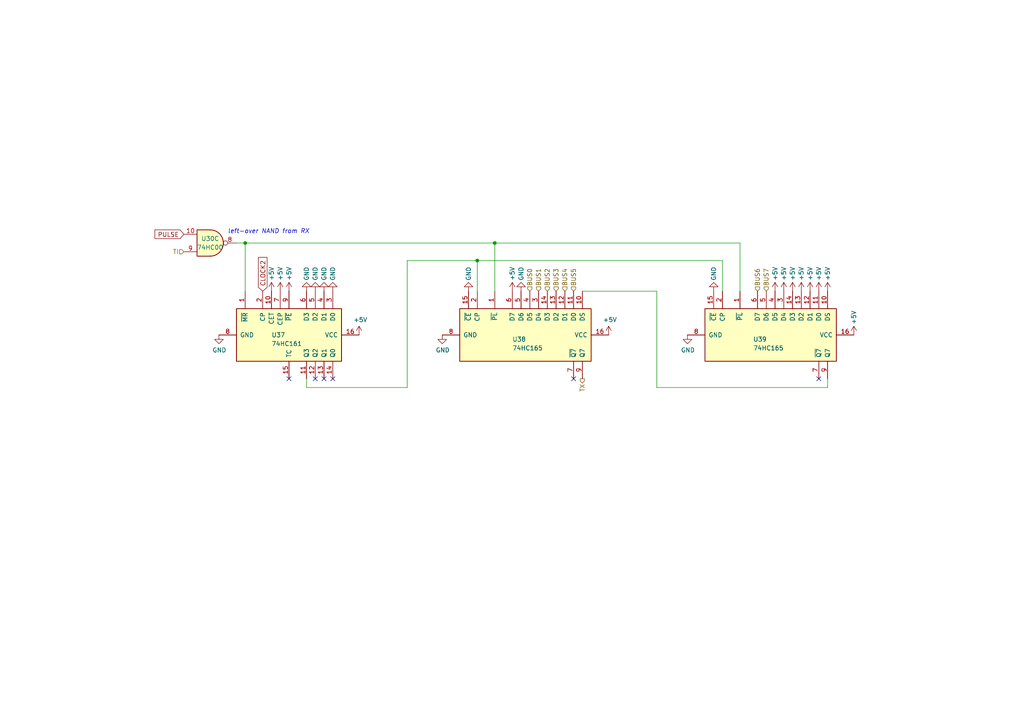
<source format=kicad_sch>
(kicad_sch (version 20211123) (generator eeschema)

  (uuid 58175766-a528-4fb2-ae9f-44f2b527a568)

  (paper "A4")

  (title_block
    (title "UART Transmitter")
    (date "2022-07-16")
    (rev "1.6")
    (comment 2 "creativecommons.org/licenses/by-nc-sa/3.0/deed.en")
    (comment 3 "License: CC BY-NC-SA 3.0")
    (comment 4 "Author: Carsten Herting (slu4)")
  )

  (lib_symbols
    (symbol "74xx:74HC00" (pin_names (offset 1.016)) (in_bom yes) (on_board yes)
      (property "Reference" "U" (id 0) (at 0 1.27 0)
        (effects (font (size 1.27 1.27)))
      )
      (property "Value" "74HC00" (id 1) (at 0 -1.27 0)
        (effects (font (size 1.27 1.27)))
      )
      (property "Footprint" "" (id 2) (at 0 0 0)
        (effects (font (size 1.27 1.27)) hide)
      )
      (property "Datasheet" "http://www.ti.com/lit/gpn/sn74hc00" (id 3) (at 0 0 0)
        (effects (font (size 1.27 1.27)) hide)
      )
      (property "ki_locked" "" (id 4) (at 0 0 0)
        (effects (font (size 1.27 1.27)))
      )
      (property "ki_keywords" "HCMOS nand 2-input" (id 5) (at 0 0 0)
        (effects (font (size 1.27 1.27)) hide)
      )
      (property "ki_description" "quad 2-input NAND gate" (id 6) (at 0 0 0)
        (effects (font (size 1.27 1.27)) hide)
      )
      (property "ki_fp_filters" "DIP*W7.62mm* SO14*" (id 7) (at 0 0 0)
        (effects (font (size 1.27 1.27)) hide)
      )
      (symbol "74HC00_1_1"
        (arc (start 0 -3.81) (mid 3.81 0) (end 0 3.81)
          (stroke (width 0.254) (type default) (color 0 0 0 0))
          (fill (type background))
        )
        (polyline
          (pts
            (xy 0 3.81)
            (xy -3.81 3.81)
            (xy -3.81 -3.81)
            (xy 0 -3.81)
          )
          (stroke (width 0.254) (type default) (color 0 0 0 0))
          (fill (type background))
        )
        (pin input line (at -7.62 2.54 0) (length 3.81)
          (name "~" (effects (font (size 1.27 1.27))))
          (number "1" (effects (font (size 1.27 1.27))))
        )
        (pin input line (at -7.62 -2.54 0) (length 3.81)
          (name "~" (effects (font (size 1.27 1.27))))
          (number "2" (effects (font (size 1.27 1.27))))
        )
        (pin output inverted (at 7.62 0 180) (length 3.81)
          (name "~" (effects (font (size 1.27 1.27))))
          (number "3" (effects (font (size 1.27 1.27))))
        )
      )
      (symbol "74HC00_1_2"
        (arc (start -3.81 -3.81) (mid -2.589 0) (end -3.81 3.81)
          (stroke (width 0.254) (type default) (color 0 0 0 0))
          (fill (type none))
        )
        (arc (start -0.6096 -3.81) (mid 2.1842 -2.5851) (end 3.81 0)
          (stroke (width 0.254) (type default) (color 0 0 0 0))
          (fill (type background))
        )
        (polyline
          (pts
            (xy -3.81 -3.81)
            (xy -0.635 -3.81)
          )
          (stroke (width 0.254) (type default) (color 0 0 0 0))
          (fill (type background))
        )
        (polyline
          (pts
            (xy -3.81 3.81)
            (xy -0.635 3.81)
          )
          (stroke (width 0.254) (type default) (color 0 0 0 0))
          (fill (type background))
        )
        (polyline
          (pts
            (xy -0.635 3.81)
            (xy -3.81 3.81)
            (xy -3.81 3.81)
            (xy -3.556 3.4036)
            (xy -3.0226 2.2606)
            (xy -2.6924 1.0414)
            (xy -2.6162 -0.254)
            (xy -2.7686 -1.4986)
            (xy -3.175 -2.7178)
            (xy -3.81 -3.81)
            (xy -3.81 -3.81)
            (xy -0.635 -3.81)
          )
          (stroke (width -25.4) (type default) (color 0 0 0 0))
          (fill (type background))
        )
        (arc (start 3.81 0) (mid 2.1915 2.5936) (end -0.6096 3.81)
          (stroke (width 0.254) (type default) (color 0 0 0 0))
          (fill (type background))
        )
        (pin input inverted (at -7.62 2.54 0) (length 4.318)
          (name "~" (effects (font (size 1.27 1.27))))
          (number "1" (effects (font (size 1.27 1.27))))
        )
        (pin input inverted (at -7.62 -2.54 0) (length 4.318)
          (name "~" (effects (font (size 1.27 1.27))))
          (number "2" (effects (font (size 1.27 1.27))))
        )
        (pin output line (at 7.62 0 180) (length 3.81)
          (name "~" (effects (font (size 1.27 1.27))))
          (number "3" (effects (font (size 1.27 1.27))))
        )
      )
      (symbol "74HC00_2_1"
        (arc (start 0 -3.81) (mid 3.81 0) (end 0 3.81)
          (stroke (width 0.254) (type default) (color 0 0 0 0))
          (fill (type background))
        )
        (polyline
          (pts
            (xy 0 3.81)
            (xy -3.81 3.81)
            (xy -3.81 -3.81)
            (xy 0 -3.81)
          )
          (stroke (width 0.254) (type default) (color 0 0 0 0))
          (fill (type background))
        )
        (pin input line (at -7.62 2.54 0) (length 3.81)
          (name "~" (effects (font (size 1.27 1.27))))
          (number "4" (effects (font (size 1.27 1.27))))
        )
        (pin input line (at -7.62 -2.54 0) (length 3.81)
          (name "~" (effects (font (size 1.27 1.27))))
          (number "5" (effects (font (size 1.27 1.27))))
        )
        (pin output inverted (at 7.62 0 180) (length 3.81)
          (name "~" (effects (font (size 1.27 1.27))))
          (number "6" (effects (font (size 1.27 1.27))))
        )
      )
      (symbol "74HC00_2_2"
        (arc (start -3.81 -3.81) (mid -2.589 0) (end -3.81 3.81)
          (stroke (width 0.254) (type default) (color 0 0 0 0))
          (fill (type none))
        )
        (arc (start -0.6096 -3.81) (mid 2.1842 -2.5851) (end 3.81 0)
          (stroke (width 0.254) (type default) (color 0 0 0 0))
          (fill (type background))
        )
        (polyline
          (pts
            (xy -3.81 -3.81)
            (xy -0.635 -3.81)
          )
          (stroke (width 0.254) (type default) (color 0 0 0 0))
          (fill (type background))
        )
        (polyline
          (pts
            (xy -3.81 3.81)
            (xy -0.635 3.81)
          )
          (stroke (width 0.254) (type default) (color 0 0 0 0))
          (fill (type background))
        )
        (polyline
          (pts
            (xy -0.635 3.81)
            (xy -3.81 3.81)
            (xy -3.81 3.81)
            (xy -3.556 3.4036)
            (xy -3.0226 2.2606)
            (xy -2.6924 1.0414)
            (xy -2.6162 -0.254)
            (xy -2.7686 -1.4986)
            (xy -3.175 -2.7178)
            (xy -3.81 -3.81)
            (xy -3.81 -3.81)
            (xy -0.635 -3.81)
          )
          (stroke (width -25.4) (type default) (color 0 0 0 0))
          (fill (type background))
        )
        (arc (start 3.81 0) (mid 2.1915 2.5936) (end -0.6096 3.81)
          (stroke (width 0.254) (type default) (color 0 0 0 0))
          (fill (type background))
        )
        (pin input inverted (at -7.62 2.54 0) (length 4.318)
          (name "~" (effects (font (size 1.27 1.27))))
          (number "4" (effects (font (size 1.27 1.27))))
        )
        (pin input inverted (at -7.62 -2.54 0) (length 4.318)
          (name "~" (effects (font (size 1.27 1.27))))
          (number "5" (effects (font (size 1.27 1.27))))
        )
        (pin output line (at 7.62 0 180) (length 3.81)
          (name "~" (effects (font (size 1.27 1.27))))
          (number "6" (effects (font (size 1.27 1.27))))
        )
      )
      (symbol "74HC00_3_1"
        (arc (start 0 -3.81) (mid 3.81 0) (end 0 3.81)
          (stroke (width 0.254) (type default) (color 0 0 0 0))
          (fill (type background))
        )
        (polyline
          (pts
            (xy 0 3.81)
            (xy -3.81 3.81)
            (xy -3.81 -3.81)
            (xy 0 -3.81)
          )
          (stroke (width 0.254) (type default) (color 0 0 0 0))
          (fill (type background))
        )
        (pin input line (at -7.62 -2.54 0) (length 3.81)
          (name "~" (effects (font (size 1.27 1.27))))
          (number "10" (effects (font (size 1.27 1.27))))
        )
        (pin output inverted (at 7.62 0 180) (length 3.81)
          (name "~" (effects (font (size 1.27 1.27))))
          (number "8" (effects (font (size 1.27 1.27))))
        )
        (pin input line (at -7.62 2.54 0) (length 3.81)
          (name "~" (effects (font (size 1.27 1.27))))
          (number "9" (effects (font (size 1.27 1.27))))
        )
      )
      (symbol "74HC00_3_2"
        (arc (start -3.81 -3.81) (mid -2.589 0) (end -3.81 3.81)
          (stroke (width 0.254) (type default) (color 0 0 0 0))
          (fill (type none))
        )
        (arc (start -0.6096 -3.81) (mid 2.1842 -2.5851) (end 3.81 0)
          (stroke (width 0.254) (type default) (color 0 0 0 0))
          (fill (type background))
        )
        (polyline
          (pts
            (xy -3.81 -3.81)
            (xy -0.635 -3.81)
          )
          (stroke (width 0.254) (type default) (color 0 0 0 0))
          (fill (type background))
        )
        (polyline
          (pts
            (xy -3.81 3.81)
            (xy -0.635 3.81)
          )
          (stroke (width 0.254) (type default) (color 0 0 0 0))
          (fill (type background))
        )
        (polyline
          (pts
            (xy -0.635 3.81)
            (xy -3.81 3.81)
            (xy -3.81 3.81)
            (xy -3.556 3.4036)
            (xy -3.0226 2.2606)
            (xy -2.6924 1.0414)
            (xy -2.6162 -0.254)
            (xy -2.7686 -1.4986)
            (xy -3.175 -2.7178)
            (xy -3.81 -3.81)
            (xy -3.81 -3.81)
            (xy -0.635 -3.81)
          )
          (stroke (width -25.4) (type default) (color 0 0 0 0))
          (fill (type background))
        )
        (arc (start 3.81 0) (mid 2.1915 2.5936) (end -0.6096 3.81)
          (stroke (width 0.254) (type default) (color 0 0 0 0))
          (fill (type background))
        )
        (pin input inverted (at -7.62 -2.54 0) (length 4.318)
          (name "~" (effects (font (size 1.27 1.27))))
          (number "10" (effects (font (size 1.27 1.27))))
        )
        (pin output line (at 7.62 0 180) (length 3.81)
          (name "~" (effects (font (size 1.27 1.27))))
          (number "8" (effects (font (size 1.27 1.27))))
        )
        (pin input inverted (at -7.62 2.54 0) (length 4.318)
          (name "~" (effects (font (size 1.27 1.27))))
          (number "9" (effects (font (size 1.27 1.27))))
        )
      )
      (symbol "74HC00_4_1"
        (arc (start 0 -3.81) (mid 3.81 0) (end 0 3.81)
          (stroke (width 0.254) (type default) (color 0 0 0 0))
          (fill (type background))
        )
        (polyline
          (pts
            (xy 0 3.81)
            (xy -3.81 3.81)
            (xy -3.81 -3.81)
            (xy 0 -3.81)
          )
          (stroke (width 0.254) (type default) (color 0 0 0 0))
          (fill (type background))
        )
        (pin output inverted (at 7.62 0 180) (length 3.81)
          (name "~" (effects (font (size 1.27 1.27))))
          (number "11" (effects (font (size 1.27 1.27))))
        )
        (pin input line (at -7.62 2.54 0) (length 3.81)
          (name "~" (effects (font (size 1.27 1.27))))
          (number "12" (effects (font (size 1.27 1.27))))
        )
        (pin input line (at -7.62 -2.54 0) (length 3.81)
          (name "~" (effects (font (size 1.27 1.27))))
          (number "13" (effects (font (size 1.27 1.27))))
        )
      )
      (symbol "74HC00_4_2"
        (arc (start -3.81 -3.81) (mid -2.589 0) (end -3.81 3.81)
          (stroke (width 0.254) (type default) (color 0 0 0 0))
          (fill (type none))
        )
        (arc (start -0.6096 -3.81) (mid 2.1842 -2.5851) (end 3.81 0)
          (stroke (width 0.254) (type default) (color 0 0 0 0))
          (fill (type background))
        )
        (polyline
          (pts
            (xy -3.81 -3.81)
            (xy -0.635 -3.81)
          )
          (stroke (width 0.254) (type default) (color 0 0 0 0))
          (fill (type background))
        )
        (polyline
          (pts
            (xy -3.81 3.81)
            (xy -0.635 3.81)
          )
          (stroke (width 0.254) (type default) (color 0 0 0 0))
          (fill (type background))
        )
        (polyline
          (pts
            (xy -0.635 3.81)
            (xy -3.81 3.81)
            (xy -3.81 3.81)
            (xy -3.556 3.4036)
            (xy -3.0226 2.2606)
            (xy -2.6924 1.0414)
            (xy -2.6162 -0.254)
            (xy -2.7686 -1.4986)
            (xy -3.175 -2.7178)
            (xy -3.81 -3.81)
            (xy -3.81 -3.81)
            (xy -0.635 -3.81)
          )
          (stroke (width -25.4) (type default) (color 0 0 0 0))
          (fill (type background))
        )
        (arc (start 3.81 0) (mid 2.1915 2.5936) (end -0.6096 3.81)
          (stroke (width 0.254) (type default) (color 0 0 0 0))
          (fill (type background))
        )
        (pin output line (at 7.62 0 180) (length 3.81)
          (name "~" (effects (font (size 1.27 1.27))))
          (number "11" (effects (font (size 1.27 1.27))))
        )
        (pin input inverted (at -7.62 2.54 0) (length 4.318)
          (name "~" (effects (font (size 1.27 1.27))))
          (number "12" (effects (font (size 1.27 1.27))))
        )
        (pin input inverted (at -7.62 -2.54 0) (length 4.318)
          (name "~" (effects (font (size 1.27 1.27))))
          (number "13" (effects (font (size 1.27 1.27))))
        )
      )
      (symbol "74HC00_5_0"
        (pin power_in line (at 0 12.7 270) (length 5.08)
          (name "VCC" (effects (font (size 1.27 1.27))))
          (number "14" (effects (font (size 1.27 1.27))))
        )
        (pin power_in line (at 0 -12.7 90) (length 5.08)
          (name "GND" (effects (font (size 1.27 1.27))))
          (number "7" (effects (font (size 1.27 1.27))))
        )
      )
      (symbol "74HC00_5_1"
        (rectangle (start -5.08 7.62) (end 5.08 -7.62)
          (stroke (width 0.254) (type default) (color 0 0 0 0))
          (fill (type background))
        )
      )
    )
    (symbol "8-Bit CPU 32k:74HC161" (pin_names (offset 1.016)) (in_bom yes) (on_board yes)
      (property "Reference" "U" (id 0) (at -7.62 16.51 0)
        (effects (font (size 1.27 1.27)))
      )
      (property "Value" "74HC161" (id 1) (at -7.62 -16.51 0)
        (effects (font (size 1.27 1.27)))
      )
      (property "Footprint" "" (id 2) (at 0 0 0)
        (effects (font (size 1.27 1.27)) hide)
      )
      (property "Datasheet" "http://www.ti.com/lit/gpn/sn74LS161" (id 3) (at 0 0 0)
        (effects (font (size 1.27 1.27)) hide)
      )
      (property "ki_locked" "" (id 4) (at 0 0 0)
        (effects (font (size 1.27 1.27)))
      )
      (property "ki_keywords" "TTL CNT CNT4" (id 5) (at 0 0 0)
        (effects (font (size 1.27 1.27)) hide)
      )
      (property "ki_description" "Synchronous 4-bit programmable binary Counter" (id 6) (at 0 0 0)
        (effects (font (size 1.27 1.27)) hide)
      )
      (property "ki_fp_filters" "DIP?16*" (id 7) (at 0 0 0)
        (effects (font (size 1.27 1.27)) hide)
      )
      (symbol "74HC161_1_0"
        (pin input line (at -12.7 -12.7 0) (length 5.08)
          (name "~{MR}" (effects (font (size 1.27 1.27))))
          (number "1" (effects (font (size 1.27 1.27))))
        )
        (pin input line (at -12.7 -5.08 0) (length 5.08)
          (name "CET" (effects (font (size 1.27 1.27))))
          (number "10" (effects (font (size 1.27 1.27))))
        )
        (pin output line (at 12.7 5.08 180) (length 5.08)
          (name "Q3" (effects (font (size 1.27 1.27))))
          (number "11" (effects (font (size 1.27 1.27))))
        )
        (pin output line (at 12.7 7.62 180) (length 5.08)
          (name "Q2" (effects (font (size 1.27 1.27))))
          (number "12" (effects (font (size 1.27 1.27))))
        )
        (pin output line (at 12.7 10.16 180) (length 5.08)
          (name "Q1" (effects (font (size 1.27 1.27))))
          (number "13" (effects (font (size 1.27 1.27))))
        )
        (pin output line (at 12.7 12.7 180) (length 5.08)
          (name "Q0" (effects (font (size 1.27 1.27))))
          (number "14" (effects (font (size 1.27 1.27))))
        )
        (pin output line (at 12.7 0 180) (length 5.08)
          (name "TC" (effects (font (size 1.27 1.27))))
          (number "15" (effects (font (size 1.27 1.27))))
        )
        (pin power_in line (at 0 20.32 270) (length 5.08)
          (name "VCC" (effects (font (size 1.27 1.27))))
          (number "16" (effects (font (size 1.27 1.27))))
        )
        (pin input line (at -12.7 -7.62 0) (length 5.08)
          (name "CP" (effects (font (size 1.27 1.27))))
          (number "2" (effects (font (size 1.27 1.27))))
        )
        (pin input line (at -12.7 12.7 0) (length 5.08)
          (name "D0" (effects (font (size 1.27 1.27))))
          (number "3" (effects (font (size 1.27 1.27))))
        )
        (pin input line (at -12.7 10.16 0) (length 5.08)
          (name "D1" (effects (font (size 1.27 1.27))))
          (number "4" (effects (font (size 1.27 1.27))))
        )
        (pin input line (at -12.7 7.62 0) (length 5.08)
          (name "D2" (effects (font (size 1.27 1.27))))
          (number "5" (effects (font (size 1.27 1.27))))
        )
        (pin input line (at -12.7 5.08 0) (length 5.08)
          (name "D3" (effects (font (size 1.27 1.27))))
          (number "6" (effects (font (size 1.27 1.27))))
        )
        (pin input line (at -12.7 -2.54 0) (length 5.08)
          (name "CEP" (effects (font (size 1.27 1.27))))
          (number "7" (effects (font (size 1.27 1.27))))
        )
        (pin power_in line (at 0 -20.32 90) (length 5.08)
          (name "GND" (effects (font (size 1.27 1.27))))
          (number "8" (effects (font (size 1.27 1.27))))
        )
        (pin input line (at -12.7 0 0) (length 5.08)
          (name "~{PE}" (effects (font (size 1.27 1.27))))
          (number "9" (effects (font (size 1.27 1.27))))
        )
      )
      (symbol "74HC161_1_1"
        (rectangle (start -7.62 15.24) (end 7.62 -15.24)
          (stroke (width 0.254) (type default) (color 0 0 0 0))
          (fill (type background))
        )
      )
    )
    (symbol "8-Bit CPU 32k:74HC165" (pin_names (offset 1.016)) (in_bom yes) (on_board yes)
      (property "Reference" "U" (id 0) (at -7.62 19.05 0)
        (effects (font (size 1.27 1.27)))
      )
      (property "Value" "74HC165" (id 1) (at -7.62 -21.59 0)
        (effects (font (size 1.27 1.27)))
      )
      (property "Footprint" "" (id 2) (at 0 0 0)
        (effects (font (size 1.27 1.27)) hide)
      )
      (property "Datasheet" "http://www.ti.com/lit/gpn/sn74LS165" (id 3) (at 0 0 0)
        (effects (font (size 1.27 1.27)) hide)
      )
      (property "ki_locked" "" (id 4) (at 0 0 0)
        (effects (font (size 1.27 1.27)))
      )
      (property "ki_keywords" "TTL SR SR8" (id 5) (at 0 0 0)
        (effects (font (size 1.27 1.27)) hide)
      )
      (property "ki_description" "Shift Register 8-bit, parallel load" (id 6) (at 0 0 0)
        (effects (font (size 1.27 1.27)) hide)
      )
      (property "ki_fp_filters" "DIP?16*" (id 7) (at 0 0 0)
        (effects (font (size 1.27 1.27)) hide)
      )
      (symbol "74HC165_1_0"
        (pin input line (at -12.7 -10.16 0) (length 5.08)
          (name "~{PL}" (effects (font (size 1.27 1.27))))
          (number "1" (effects (font (size 1.27 1.27))))
        )
        (pin input line (at -12.7 15.24 0) (length 5.08)
          (name "DS" (effects (font (size 1.27 1.27))))
          (number "10" (effects (font (size 1.27 1.27))))
        )
        (pin input line (at -12.7 12.7 0) (length 5.08)
          (name "D0" (effects (font (size 1.27 1.27))))
          (number "11" (effects (font (size 1.27 1.27))))
        )
        (pin input line (at -12.7 10.16 0) (length 5.08)
          (name "D1" (effects (font (size 1.27 1.27))))
          (number "12" (effects (font (size 1.27 1.27))))
        )
        (pin input line (at -12.7 7.62 0) (length 5.08)
          (name "D2" (effects (font (size 1.27 1.27))))
          (number "13" (effects (font (size 1.27 1.27))))
        )
        (pin input line (at -12.7 5.08 0) (length 5.08)
          (name "D3" (effects (font (size 1.27 1.27))))
          (number "14" (effects (font (size 1.27 1.27))))
        )
        (pin input line (at -12.7 -17.78 0) (length 5.08)
          (name "~{CE}" (effects (font (size 1.27 1.27))))
          (number "15" (effects (font (size 1.27 1.27))))
        )
        (pin power_in line (at 0 22.86 270) (length 5.08)
          (name "VCC" (effects (font (size 1.27 1.27))))
          (number "16" (effects (font (size 1.27 1.27))))
        )
        (pin input line (at -12.7 -15.24 0) (length 5.08)
          (name "CP" (effects (font (size 1.27 1.27))))
          (number "2" (effects (font (size 1.27 1.27))))
        )
        (pin input line (at -12.7 2.54 0) (length 5.08)
          (name "D4" (effects (font (size 1.27 1.27))))
          (number "3" (effects (font (size 1.27 1.27))))
        )
        (pin input line (at -12.7 0 0) (length 5.08)
          (name "D5" (effects (font (size 1.27 1.27))))
          (number "4" (effects (font (size 1.27 1.27))))
        )
        (pin input line (at -12.7 -2.54 0) (length 5.08)
          (name "D6" (effects (font (size 1.27 1.27))))
          (number "5" (effects (font (size 1.27 1.27))))
        )
        (pin input line (at -12.7 -5.08 0) (length 5.08)
          (name "D7" (effects (font (size 1.27 1.27))))
          (number "6" (effects (font (size 1.27 1.27))))
        )
        (pin output line (at 12.7 12.7 180) (length 5.08)
          (name "~{Q7}" (effects (font (size 1.27 1.27))))
          (number "7" (effects (font (size 1.27 1.27))))
        )
        (pin power_in line (at 0 -25.4 90) (length 5.08)
          (name "GND" (effects (font (size 1.27 1.27))))
          (number "8" (effects (font (size 1.27 1.27))))
        )
        (pin output line (at 12.7 15.24 180) (length 5.08)
          (name "Q7" (effects (font (size 1.27 1.27))))
          (number "9" (effects (font (size 1.27 1.27))))
        )
      )
      (symbol "74HC165_1_1"
        (rectangle (start -7.62 17.78) (end 7.62 -20.32)
          (stroke (width 0.254) (type default) (color 0 0 0 0))
          (fill (type background))
        )
      )
    )
    (symbol "power:+5V" (power) (pin_names (offset 0)) (in_bom yes) (on_board yes)
      (property "Reference" "#PWR" (id 0) (at 0 -3.81 0)
        (effects (font (size 1.27 1.27)) hide)
      )
      (property "Value" "+5V" (id 1) (at 0 3.556 0)
        (effects (font (size 1.27 1.27)))
      )
      (property "Footprint" "" (id 2) (at 0 0 0)
        (effects (font (size 1.27 1.27)) hide)
      )
      (property "Datasheet" "" (id 3) (at 0 0 0)
        (effects (font (size 1.27 1.27)) hide)
      )
      (property "ki_keywords" "power-flag" (id 4) (at 0 0 0)
        (effects (font (size 1.27 1.27)) hide)
      )
      (property "ki_description" "Power symbol creates a global label with name \"+5V\"" (id 5) (at 0 0 0)
        (effects (font (size 1.27 1.27)) hide)
      )
      (symbol "+5V_0_1"
        (polyline
          (pts
            (xy -0.762 1.27)
            (xy 0 2.54)
          )
          (stroke (width 0) (type default) (color 0 0 0 0))
          (fill (type none))
        )
        (polyline
          (pts
            (xy 0 0)
            (xy 0 2.54)
          )
          (stroke (width 0) (type default) (color 0 0 0 0))
          (fill (type none))
        )
        (polyline
          (pts
            (xy 0 2.54)
            (xy 0.762 1.27)
          )
          (stroke (width 0) (type default) (color 0 0 0 0))
          (fill (type none))
        )
      )
      (symbol "+5V_1_1"
        (pin power_in line (at 0 0 90) (length 0) hide
          (name "+5V" (effects (font (size 1.27 1.27))))
          (number "1" (effects (font (size 1.27 1.27))))
        )
      )
    )
    (symbol "power:GND" (power) (pin_names (offset 0)) (in_bom yes) (on_board yes)
      (property "Reference" "#PWR" (id 0) (at 0 -6.35 0)
        (effects (font (size 1.27 1.27)) hide)
      )
      (property "Value" "GND" (id 1) (at 0 -3.81 0)
        (effects (font (size 1.27 1.27)))
      )
      (property "Footprint" "" (id 2) (at 0 0 0)
        (effects (font (size 1.27 1.27)) hide)
      )
      (property "Datasheet" "" (id 3) (at 0 0 0)
        (effects (font (size 1.27 1.27)) hide)
      )
      (property "ki_keywords" "power-flag" (id 4) (at 0 0 0)
        (effects (font (size 1.27 1.27)) hide)
      )
      (property "ki_description" "Power symbol creates a global label with name \"GND\" , ground" (id 5) (at 0 0 0)
        (effects (font (size 1.27 1.27)) hide)
      )
      (symbol "GND_0_1"
        (polyline
          (pts
            (xy 0 0)
            (xy 0 -1.27)
            (xy 1.27 -1.27)
            (xy 0 -2.54)
            (xy -1.27 -1.27)
            (xy 0 -1.27)
          )
          (stroke (width 0) (type default) (color 0 0 0 0))
          (fill (type none))
        )
      )
      (symbol "GND_1_1"
        (pin power_in line (at 0 0 270) (length 0) hide
          (name "GND" (effects (font (size 1.27 1.27))))
          (number "1" (effects (font (size 1.27 1.27))))
        )
      )
    )
  )

  (junction (at 71.12 70.485) (diameter 0) (color 0 0 0 0)
    (uuid 63775e7d-9919-43c5-bce9-9c945fd6a758)
  )
  (junction (at 143.51 70.485) (diameter 0) (color 0 0 0 0)
    (uuid cc3452de-1120-4c93-b25e-576e5e8f76e3)
  )
  (junction (at 138.43 75.565) (diameter 0) (color 0 0 0 0)
    (uuid ea0632bc-fb14-4c1a-a375-1d77188b9b78)
  )

  (no_connect (at 237.49 109.855) (uuid 00fe2fa1-209c-40c5-9c42-7bfbfa67df51))
  (no_connect (at 83.82 109.855) (uuid 633c153b-098c-418b-bc3e-17aff2d8eeee))
  (no_connect (at 91.44 109.855) (uuid ba7b9ccb-3925-428d-8c7a-9f3da81a07df))
  (no_connect (at 96.52 109.855) (uuid be3f13bd-797c-46cc-b38c-8ea62def12e9))
  (no_connect (at 166.37 109.855) (uuid d8b21c41-a23c-4996-8aa1-fb7544e6060e))
  (no_connect (at 93.98 109.855) (uuid f80f6ecb-9b1e-4071-99a3-f262af45e64f))

  (wire (pts (xy 88.9 109.855) (xy 88.9 112.395))
    (stroke (width 0) (type default) (color 0 0 0 0))
    (uuid 0518d253-7646-416c-8697-4b5e9153dcb0)
  )
  (wire (pts (xy 240.03 112.395) (xy 240.03 109.855))
    (stroke (width 0) (type default) (color 0 0 0 0))
    (uuid 0b22015d-e116-4239-8a91-7c61ae9b9145)
  )
  (wire (pts (xy 118.11 75.565) (xy 118.11 112.395))
    (stroke (width 0) (type default) (color 0 0 0 0))
    (uuid 0b4cee34-874e-4838-876f-a0b87b58ca52)
  )
  (wire (pts (xy 214.63 70.485) (xy 214.63 84.455))
    (stroke (width 0) (type default) (color 0 0 0 0))
    (uuid 375495d6-c66c-44eb-b21e-ec5d6175e6d7)
  )
  (wire (pts (xy 209.55 75.565) (xy 209.55 84.455))
    (stroke (width 0) (type default) (color 0 0 0 0))
    (uuid 4a2a0af7-aa39-4dd6-a61b-7b57cd0489de)
  )
  (wire (pts (xy 143.51 70.485) (xy 71.12 70.485))
    (stroke (width 0) (type default) (color 0 0 0 0))
    (uuid 760123c7-e5c8-4c23-9873-85537331d717)
  )
  (wire (pts (xy 138.43 84.455) (xy 138.43 75.565))
    (stroke (width 0) (type default) (color 0 0 0 0))
    (uuid 83a3c5ae-0991-4190-9fe2-584147905fd6)
  )
  (wire (pts (xy 118.11 112.395) (xy 88.9 112.395))
    (stroke (width 0) (type default) (color 0 0 0 0))
    (uuid 8d7bd93d-9d1b-4933-8dba-14068bfdf02f)
  )
  (wire (pts (xy 138.43 75.565) (xy 118.11 75.565))
    (stroke (width 0) (type default) (color 0 0 0 0))
    (uuid 99c98684-8e4d-4568-aca8-9c56476035b6)
  )
  (wire (pts (xy 190.5 84.455) (xy 190.5 112.395))
    (stroke (width 0) (type default) (color 0 0 0 0))
    (uuid aa40df75-2297-4ca6-8a99-092ab484e75d)
  )
  (wire (pts (xy 71.12 70.485) (xy 71.12 84.455))
    (stroke (width 0) (type default) (color 0 0 0 0))
    (uuid af817f20-3ff4-4bd9-b84a-7ee5efaa50a9)
  )
  (wire (pts (xy 68.58 70.485) (xy 71.12 70.485))
    (stroke (width 0) (type default) (color 0 0 0 0))
    (uuid e6e96e56-e7c7-4d45-b064-d951e6f2fbd6)
  )
  (wire (pts (xy 138.43 75.565) (xy 209.55 75.565))
    (stroke (width 0) (type default) (color 0 0 0 0))
    (uuid e9ff53bb-f209-4376-a4c9-9baa9e5d5473)
  )
  (wire (pts (xy 190.5 112.395) (xy 240.03 112.395))
    (stroke (width 0) (type default) (color 0 0 0 0))
    (uuid f0178143-575f-49dc-a724-b84ea643e17c)
  )
  (wire (pts (xy 168.91 84.455) (xy 190.5 84.455))
    (stroke (width 0) (type default) (color 0 0 0 0))
    (uuid f72f0e84-d022-4a9e-94e4-e4d36d9c0eb3)
  )
  (wire (pts (xy 143.51 84.455) (xy 143.51 70.485))
    (stroke (width 0) (type default) (color 0 0 0 0))
    (uuid f9434ddc-ea97-4971-acb9-ec233b96ac08)
  )
  (wire (pts (xy 143.51 70.485) (xy 214.63 70.485))
    (stroke (width 0) (type default) (color 0 0 0 0))
    (uuid fb99efd7-06a4-48fd-9554-0c7e8e226e76)
  )

  (text "left-over NAND from RX" (at 66.04 67.945 0)
    (effects (font (size 1.27 1.27) italic) (justify left bottom))
    (uuid 8742296e-c150-4cba-be67-61a1d208d1c1)
  )

  (global_label "PULSE" (shape input) (at 53.34 67.945 180) (fields_autoplaced)
    (effects (font (size 1.27 1.27)) (justify right))
    (uuid 8b2a0ffc-48a7-455f-8024-76dee9869a40)
    (property "Intersheet References" "${INTERSHEET_REFS}" (id 0) (at 45.0287 67.8656 0)
      (effects (font (size 1.27 1.27)) (justify right) hide)
    )
  )
  (global_label "CLOCK2" (shape input) (at 76.2 84.455 90) (fields_autoplaced)
    (effects (font (size 1.27 1.27)) (justify left))
    (uuid ca1221c7-300b-4265-b5e2-868f88788518)
    (property "Intersheet References" "${INTERSHEET_REFS}" (id 0) (at 76.1206 74.7527 90)
      (effects (font (size 1.27 1.27)) (justify left) hide)
    )
  )

  (hierarchical_label "BUS6" (shape input) (at 219.71 84.455 90)
    (effects (font (size 1.27 1.27)) (justify left))
    (uuid 10f7126e-7090-4c03-8a19-13efa53cae48)
  )
  (hierarchical_label "BUS3" (shape input) (at 161.29 84.455 90)
    (effects (font (size 1.27 1.27)) (justify left))
    (uuid 2f41f790-9eff-4486-a485-af5962cc98c4)
  )
  (hierarchical_label "TI" (shape input) (at 53.34 73.025 180)
    (effects (font (size 1.27 1.27)) (justify right))
    (uuid 34e2c20d-6761-4247-8eb6-293ddbbc8804)
  )
  (hierarchical_label "BUS1" (shape input) (at 156.21 84.455 90)
    (effects (font (size 1.27 1.27)) (justify left))
    (uuid 5cf1e57a-7c5d-4653-966f-d986136a5a7c)
  )
  (hierarchical_label "BUS0" (shape input) (at 153.67 84.455 90)
    (effects (font (size 1.27 1.27)) (justify left))
    (uuid 818906fb-12f6-4f4d-b3f7-5c6b36c224aa)
  )
  (hierarchical_label "BUS5" (shape input) (at 166.37 84.455 90)
    (effects (font (size 1.27 1.27)) (justify left))
    (uuid 892c9595-fbc5-4f31-b203-3a3c005b68bb)
  )
  (hierarchical_label "BUS7" (shape input) (at 222.25 84.455 90)
    (effects (font (size 1.27 1.27)) (justify left))
    (uuid d7e6227d-7076-4031-b1fb-859efea03e2a)
  )
  (hierarchical_label "TX" (shape output) (at 168.91 109.855 270)
    (effects (font (size 1.27 1.27)) (justify right))
    (uuid de3d19f1-987b-4f73-a2df-2f360493304d)
  )
  (hierarchical_label "BUS2" (shape input) (at 158.75 84.455 90)
    (effects (font (size 1.27 1.27)) (justify left))
    (uuid ef6ad726-15a4-4122-b496-5bc442a8ecde)
  )
  (hierarchical_label "BUS4" (shape input) (at 163.83 84.455 90)
    (effects (font (size 1.27 1.27)) (justify left))
    (uuid f51f8f72-0aad-4179-b90c-f7fda44161d4)
  )

  (symbol (lib_id "power:GND") (at 91.44 84.455 180) (unit 1)
    (in_bom yes) (on_board yes)
    (uuid 09b22336-7633-4156-89d8-d03c0b0adf0e)
    (property "Reference" "#PWR043" (id 0) (at 91.44 78.105 0)
      (effects (font (size 1.27 1.27)) hide)
    )
    (property "Value" "GND" (id 1) (at 91.44 79.375 90))
    (property "Footprint" "" (id 2) (at 91.44 84.455 0)
      (effects (font (size 1.27 1.27)) hide)
    )
    (property "Datasheet" "" (id 3) (at 91.44 84.455 0)
      (effects (font (size 1.27 1.27)) hide)
    )
    (pin "1" (uuid f1675273-9b59-409d-b5d1-b56f62b2f045))
  )

  (symbol (lib_id "power:GND") (at 96.52 84.455 180) (unit 1)
    (in_bom yes) (on_board yes)
    (uuid 0f61ca78-ddd7-4521-a5b0-1f03507b5260)
    (property "Reference" "#PWR045" (id 0) (at 96.52 78.105 0)
      (effects (font (size 1.27 1.27)) hide)
    )
    (property "Value" "GND" (id 1) (at 96.52 79.375 90))
    (property "Footprint" "" (id 2) (at 96.52 84.455 0)
      (effects (font (size 1.27 1.27)) hide)
    )
    (property "Datasheet" "" (id 3) (at 96.52 84.455 0)
      (effects (font (size 1.27 1.27)) hide)
    )
    (pin "1" (uuid 7e9d274e-1505-4eec-99e9-c257a1058114))
  )

  (symbol (lib_id "power:+5V") (at 83.82 84.455 0) (unit 1)
    (in_bom yes) (on_board yes)
    (uuid 14177955-33d6-4dc3-bf33-e733fc65768c)
    (property "Reference" "#PWR041" (id 0) (at 83.82 88.265 0)
      (effects (font (size 1.27 1.27)) hide)
    )
    (property "Value" "+5V" (id 1) (at 83.82 79.375 90))
    (property "Footprint" "" (id 2) (at 83.82 84.455 0)
      (effects (font (size 1.27 1.27)) hide)
    )
    (property "Datasheet" "" (id 3) (at 83.82 84.455 0)
      (effects (font (size 1.27 1.27)) hide)
    )
    (pin "1" (uuid b9c189d3-7655-44f7-ae27-3517709c3802))
  )

  (symbol (lib_id "power:+5V") (at 232.41 84.455 0) (unit 1)
    (in_bom yes) (on_board yes)
    (uuid 146b012a-077c-4a4e-863a-bed577f2696c)
    (property "Reference" "#PWR057" (id 0) (at 232.41 88.265 0)
      (effects (font (size 1.27 1.27)) hide)
    )
    (property "Value" "+5V" (id 1) (at 232.41 79.375 90))
    (property "Footprint" "" (id 2) (at 232.41 84.455 0)
      (effects (font (size 1.27 1.27)) hide)
    )
    (property "Datasheet" "" (id 3) (at 232.41 84.455 0)
      (effects (font (size 1.27 1.27)) hide)
    )
    (pin "1" (uuid 65ef740c-dd8d-4c3f-8764-adcaa7dedaac))
  )

  (symbol (lib_id "power:+5V") (at 229.87 84.455 0) (unit 1)
    (in_bom yes) (on_board yes)
    (uuid 146fa967-032e-4668-a086-617bfd02ced6)
    (property "Reference" "#PWR056" (id 0) (at 229.87 88.265 0)
      (effects (font (size 1.27 1.27)) hide)
    )
    (property "Value" "+5V" (id 1) (at 229.87 79.375 90))
    (property "Footprint" "" (id 2) (at 229.87 84.455 0)
      (effects (font (size 1.27 1.27)) hide)
    )
    (property "Datasheet" "" (id 3) (at 229.87 84.455 0)
      (effects (font (size 1.27 1.27)) hide)
    )
    (pin "1" (uuid 0b7ee0b4-c29c-42ca-b4b1-16a314d114aa))
  )

  (symbol (lib_id "8-Bit CPU 32k:74HC165") (at 224.79 97.155 270) (unit 1)
    (in_bom yes) (on_board yes)
    (uuid 18f71be3-64f1-420c-b31a-896c069ff1be)
    (property "Reference" "U39" (id 0) (at 218.44 98.425 90)
      (effects (font (size 1.27 1.27)) (justify left))
    )
    (property "Value" "74HC165" (id 1) (at 218.44 100.965 90)
      (effects (font (size 1.27 1.27)) (justify left))
    )
    (property "Footprint" "Package_DIP:DIP-16_W7.62mm" (id 2) (at 224.79 97.155 0)
      (effects (font (size 1.27 1.27)) hide)
    )
    (property "Datasheet" "http://www.ti.com/lit/gpn/sn74LS165" (id 3) (at 224.79 97.155 0)
      (effects (font (size 1.27 1.27)) hide)
    )
    (pin "1" (uuid ed4295cb-91e8-4f89-be9d-469c981a4e72))
    (pin "10" (uuid 88c65b31-247a-4c10-8f69-fb5cf072c80d))
    (pin "11" (uuid 4d611134-7153-4863-aeb6-659ead160192))
    (pin "12" (uuid 2272fe2e-79b2-4e55-9023-a9ab1d276ef3))
    (pin "13" (uuid 92b0f82f-4071-4574-8e9f-42215d23e56e))
    (pin "14" (uuid 44d5cd7e-af4f-4254-892c-604289aee11c))
    (pin "15" (uuid 74090d3a-84f9-4bed-87fc-4c9a217bcdca))
    (pin "16" (uuid 23d9dae7-5a57-4210-80a3-8acbcac89420))
    (pin "2" (uuid 6160f12e-c8a0-452d-808f-d7d13601d594))
    (pin "3" (uuid 08c6b354-8a23-4e3a-bcb8-e5a44529112a))
    (pin "4" (uuid 96c25586-dbeb-45dd-9f09-fec5db45b27b))
    (pin "5" (uuid c4ee0be2-f5f0-487e-9864-6e098a56b880))
    (pin "6" (uuid faf0d9f7-22c2-4338-830c-f6d688f88c99))
    (pin "7" (uuid d054b164-0c80-4086-8237-040e52cce371))
    (pin "8" (uuid 9696db4b-d21e-47e8-8f62-e95db0c859af))
    (pin "9" (uuid c8ac40ab-0042-4858-bfab-c616c223ca16))
  )

  (symbol (lib_id "power:+5V") (at 237.49 84.455 0) (unit 1)
    (in_bom yes) (on_board yes)
    (uuid 26d3816b-2977-4677-9e4e-0ffb518aaf24)
    (property "Reference" "#PWR059" (id 0) (at 237.49 88.265 0)
      (effects (font (size 1.27 1.27)) hide)
    )
    (property "Value" "+5V" (id 1) (at 237.49 79.375 90))
    (property "Footprint" "" (id 2) (at 237.49 84.455 0)
      (effects (font (size 1.27 1.27)) hide)
    )
    (property "Datasheet" "" (id 3) (at 237.49 84.455 0)
      (effects (font (size 1.27 1.27)) hide)
    )
    (pin "1" (uuid eb2f81f5-67ea-4fb1-b64b-2710ce7b4fb4))
  )

  (symbol (lib_id "power:+5V") (at 148.59 84.455 0) (unit 1)
    (in_bom yes) (on_board yes)
    (uuid 34cab16f-6e34-4980-bc64-36b3cb0ee4de)
    (property "Reference" "#PWR049" (id 0) (at 148.59 88.265 0)
      (effects (font (size 1.27 1.27)) hide)
    )
    (property "Value" "+5V" (id 1) (at 148.59 79.375 90))
    (property "Footprint" "" (id 2) (at 148.59 84.455 0)
      (effects (font (size 1.27 1.27)) hide)
    )
    (property "Datasheet" "" (id 3) (at 148.59 84.455 0)
      (effects (font (size 1.27 1.27)) hide)
    )
    (pin "1" (uuid b3ab6c24-4c21-4097-88db-8147725e6bec))
  )

  (symbol (lib_id "power:+5V") (at 78.74 84.455 0) (unit 1)
    (in_bom yes) (on_board yes)
    (uuid 3a9fddfd-e809-49e3-b5b8-e8c7e6cf15ca)
    (property "Reference" "#PWR039" (id 0) (at 78.74 88.265 0)
      (effects (font (size 1.27 1.27)) hide)
    )
    (property "Value" "+5V" (id 1) (at 78.74 79.375 90))
    (property "Footprint" "" (id 2) (at 78.74 84.455 0)
      (effects (font (size 1.27 1.27)) hide)
    )
    (property "Datasheet" "" (id 3) (at 78.74 84.455 0)
      (effects (font (size 1.27 1.27)) hide)
    )
    (pin "1" (uuid 06e52f80-99d0-4671-b7b6-3ce90a5a4481))
  )

  (symbol (lib_id "power:GND") (at 63.5 97.155 0) (unit 1)
    (in_bom yes) (on_board yes)
    (uuid 3d4390c6-6090-4f7a-bee6-9904bdce386e)
    (property "Reference" "#PWR038" (id 0) (at 63.5 103.505 0)
      (effects (font (size 1.27 1.27)) hide)
    )
    (property "Value" "GND" (id 1) (at 63.627 101.5492 0))
    (property "Footprint" "" (id 2) (at 63.5 97.155 0)
      (effects (font (size 1.27 1.27)) hide)
    )
    (property "Datasheet" "" (id 3) (at 63.5 97.155 0)
      (effects (font (size 1.27 1.27)) hide)
    )
    (pin "1" (uuid 35ff5231-c8c5-4eec-890a-73ebb40defb8))
  )

  (symbol (lib_id "8-Bit CPU 32k:74HC165") (at 153.67 97.155 270) (unit 1)
    (in_bom yes) (on_board yes)
    (uuid 4802890f-3cf7-4c6f-ac3c-c3ca54e70d63)
    (property "Reference" "U38" (id 0) (at 148.59 98.425 90)
      (effects (font (size 1.27 1.27)) (justify left))
    )
    (property "Value" "74HC165" (id 1) (at 148.59 100.965 90)
      (effects (font (size 1.27 1.27)) (justify left))
    )
    (property "Footprint" "Package_DIP:DIP-16_W7.62mm" (id 2) (at 153.67 97.155 0)
      (effects (font (size 1.27 1.27)) hide)
    )
    (property "Datasheet" "http://www.ti.com/lit/gpn/sn74LS165" (id 3) (at 153.67 97.155 0)
      (effects (font (size 1.27 1.27)) hide)
    )
    (pin "1" (uuid 12ce1e6d-4c9b-435d-bda6-f3d2ef1dd9de))
    (pin "10" (uuid 5e38b7b8-6516-438a-9487-5c81bc439fd6))
    (pin "11" (uuid 0c6fa5d0-66b1-4bb9-9c0f-833f1026ff52))
    (pin "12" (uuid 331b147c-ae8f-4af0-9bfb-2d6704beff59))
    (pin "13" (uuid 0fd9ee7c-70cd-428f-94ac-fbff5a4fb634))
    (pin "14" (uuid 97e1e0cb-f80f-4b10-89bc-740a4804b164))
    (pin "15" (uuid 7eed23f9-18ae-44d2-a2fc-c9de66e27ee4))
    (pin "16" (uuid 919bd131-3200-4c79-8ff2-c58e9e2a154a))
    (pin "2" (uuid 541acdec-1d57-4e87-8f00-629d1a12e741))
    (pin "3" (uuid fe89e8ba-e9b5-41c4-9b41-9c71d1425a05))
    (pin "4" (uuid 13cf69ca-7eeb-4bea-853d-45fad23c2cb9))
    (pin "5" (uuid bc8f3dce-6d0e-4a52-a2ce-1c65334ae644))
    (pin "6" (uuid c7944ba0-7343-42d2-9a49-26cfd508c930))
    (pin "7" (uuid 2b2f1b48-754f-40aa-a806-e88c2505279d))
    (pin "8" (uuid 99a63198-db58-4f15-9463-bea7cffdc42a))
    (pin "9" (uuid 99ea3d60-1f33-45b6-9828-9db6046b0a6c))
  )

  (symbol (lib_id "power:+5V") (at 227.33 84.455 0) (unit 1)
    (in_bom yes) (on_board yes)
    (uuid 48c3656a-02c2-4455-a11c-ad4d1787ea46)
    (property "Reference" "#PWR055" (id 0) (at 227.33 88.265 0)
      (effects (font (size 1.27 1.27)) hide)
    )
    (property "Value" "+5V" (id 1) (at 227.33 79.375 90))
    (property "Footprint" "" (id 2) (at 227.33 84.455 0)
      (effects (font (size 1.27 1.27)) hide)
    )
    (property "Datasheet" "" (id 3) (at 227.33 84.455 0)
      (effects (font (size 1.27 1.27)) hide)
    )
    (pin "1" (uuid c1c1b0b3-c532-4717-9753-730c9f09a5e5))
  )

  (symbol (lib_id "power:+5V") (at 176.53 97.155 0) (unit 1)
    (in_bom yes) (on_board yes)
    (uuid 4aebe4d1-60c4-4078-bd5c-39f5549f1981)
    (property "Reference" "#PWR051" (id 0) (at 176.53 100.965 0)
      (effects (font (size 1.27 1.27)) hide)
    )
    (property "Value" "+5V" (id 1) (at 176.911 92.7608 0))
    (property "Footprint" "" (id 2) (at 176.53 97.155 0)
      (effects (font (size 1.27 1.27)) hide)
    )
    (property "Datasheet" "" (id 3) (at 176.53 97.155 0)
      (effects (font (size 1.27 1.27)) hide)
    )
    (pin "1" (uuid bf7466a6-edf1-45aa-9894-28820e0da61a))
  )

  (symbol (lib_id "74xx:74HC00") (at 60.96 70.485 0) (mirror x) (unit 3)
    (in_bom yes) (on_board yes)
    (uuid 4ebc467a-6a46-464f-acf7-66ab424b66a8)
    (property "Reference" "U30" (id 0) (at 60.96 69.215 0))
    (property "Value" "74HC00" (id 1) (at 60.96 71.755 0))
    (property "Footprint" "Package_DIP:DIP-14_W7.62mm" (id 2) (at 60.96 70.485 0)
      (effects (font (size 1.27 1.27)) hide)
    )
    (property "Datasheet" "http://www.ti.com/lit/gpn/sn74hc00" (id 3) (at 60.96 70.485 0)
      (effects (font (size 1.27 1.27)) hide)
    )
    (pin "1" (uuid 50e78f2c-3e24-4714-b29a-c5f580906712))
    (pin "2" (uuid 71be38a8-98f7-4c3a-8d88-76e476c4d910))
    (pin "3" (uuid 35fe96bd-f45b-4bf1-b0fc-eb9914642f60))
    (pin "4" (uuid a24daf38-19f3-4618-80f5-fd815ac579e0))
    (pin "5" (uuid 5aefb5c4-769a-4bc8-b517-2e37446292f1))
    (pin "6" (uuid eb5ff5e6-b342-41e0-ae84-996e59a893a4))
    (pin "10" (uuid e7be5117-8fe0-4449-a51a-0f7828405f9e))
    (pin "8" (uuid 6027cb3a-38c9-4ee8-90d0-ae11a12c7e12))
    (pin "9" (uuid a3b4760a-b575-46fe-b36e-bd4737352b84))
    (pin "11" (uuid e74474a9-17cb-4040-84c9-6d832cf23ff9))
    (pin "12" (uuid e4cb4643-40ab-4dd6-a759-9fd765c50318))
    (pin "13" (uuid 04df0e3e-6cc6-4e40-be45-4c86569c1853))
    (pin "14" (uuid 4bc28374-559d-4a4a-be1e-ddda8a058e55))
    (pin "7" (uuid 4fd336cc-8b76-4b02-b7e6-3ecf63b2b74b))
  )

  (symbol (lib_id "power:+5V") (at 81.28 84.455 0) (unit 1)
    (in_bom yes) (on_board yes)
    (uuid 5c65585e-d000-4e73-a02f-13e6ee6e8389)
    (property "Reference" "#PWR040" (id 0) (at 81.28 88.265 0)
      (effects (font (size 1.27 1.27)) hide)
    )
    (property "Value" "+5V" (id 1) (at 81.28 79.375 90))
    (property "Footprint" "" (id 2) (at 81.28 84.455 0)
      (effects (font (size 1.27 1.27)) hide)
    )
    (property "Datasheet" "" (id 3) (at 81.28 84.455 0)
      (effects (font (size 1.27 1.27)) hide)
    )
    (pin "1" (uuid f8643144-3171-4c45-bfc4-5b02380c1090))
  )

  (symbol (lib_id "power:+5V") (at 234.95 84.455 0) (unit 1)
    (in_bom yes) (on_board yes)
    (uuid 6452db8f-01ba-4a08-843d-398a5ccdba49)
    (property "Reference" "#PWR058" (id 0) (at 234.95 88.265 0)
      (effects (font (size 1.27 1.27)) hide)
    )
    (property "Value" "+5V" (id 1) (at 234.95 79.375 90))
    (property "Footprint" "" (id 2) (at 234.95 84.455 0)
      (effects (font (size 1.27 1.27)) hide)
    )
    (property "Datasheet" "" (id 3) (at 234.95 84.455 0)
      (effects (font (size 1.27 1.27)) hide)
    )
    (pin "1" (uuid 8afd0a7b-2261-42b4-8dc7-11b5bd271bfb))
  )

  (symbol (lib_id "power:GND") (at 93.98 84.455 180) (unit 1)
    (in_bom yes) (on_board yes)
    (uuid 675a6f73-966c-48a2-837e-212699d5ba6c)
    (property "Reference" "#PWR044" (id 0) (at 93.98 78.105 0)
      (effects (font (size 1.27 1.27)) hide)
    )
    (property "Value" "GND" (id 1) (at 93.98 79.375 90))
    (property "Footprint" "" (id 2) (at 93.98 84.455 0)
      (effects (font (size 1.27 1.27)) hide)
    )
    (property "Datasheet" "" (id 3) (at 93.98 84.455 0)
      (effects (font (size 1.27 1.27)) hide)
    )
    (pin "1" (uuid 3b704297-ca74-4629-b55d-cb2641780aec))
  )

  (symbol (lib_id "power:GND") (at 207.01 84.455 180) (unit 1)
    (in_bom yes) (on_board yes)
    (uuid 83582806-2e51-40c9-a88e-916112db570b)
    (property "Reference" "#PWR053" (id 0) (at 207.01 78.105 0)
      (effects (font (size 1.27 1.27)) hide)
    )
    (property "Value" "GND" (id 1) (at 207.01 79.375 90))
    (property "Footprint" "" (id 2) (at 207.01 84.455 0)
      (effects (font (size 1.27 1.27)) hide)
    )
    (property "Datasheet" "" (id 3) (at 207.01 84.455 0)
      (effects (font (size 1.27 1.27)) hide)
    )
    (pin "1" (uuid 06b29b0d-b287-43e2-86e5-44246ee6b26b))
  )

  (symbol (lib_id "power:GND") (at 135.89 84.455 180) (unit 1)
    (in_bom yes) (on_board yes)
    (uuid 8c5241de-97d9-4a24-a357-b7214e65121f)
    (property "Reference" "#PWR048" (id 0) (at 135.89 78.105 0)
      (effects (font (size 1.27 1.27)) hide)
    )
    (property "Value" "GND" (id 1) (at 135.89 79.375 90))
    (property "Footprint" "" (id 2) (at 135.89 84.455 0)
      (effects (font (size 1.27 1.27)) hide)
    )
    (property "Datasheet" "" (id 3) (at 135.89 84.455 0)
      (effects (font (size 1.27 1.27)) hide)
    )
    (pin "1" (uuid 54f5270a-9ef3-4dc7-a26b-1b017118080d))
  )

  (symbol (lib_id "power:+5V") (at 104.14 97.155 0) (unit 1)
    (in_bom yes) (on_board yes)
    (uuid 9c2f4a24-066a-4d98-ba2f-06bbce23119c)
    (property "Reference" "#PWR046" (id 0) (at 104.14 100.965 0)
      (effects (font (size 1.27 1.27)) hide)
    )
    (property "Value" "+5V" (id 1) (at 104.521 92.7608 0))
    (property "Footprint" "" (id 2) (at 104.14 97.155 0)
      (effects (font (size 1.27 1.27)) hide)
    )
    (property "Datasheet" "" (id 3) (at 104.14 97.155 0)
      (effects (font (size 1.27 1.27)) hide)
    )
    (pin "1" (uuid 500c0f17-5300-40b3-a807-084947caed33))
  )

  (symbol (lib_id "power:GND") (at 88.9 84.455 180) (unit 1)
    (in_bom yes) (on_board yes)
    (uuid a826a24a-8598-4aee-81a0-1e79bc71ca1d)
    (property "Reference" "#PWR042" (id 0) (at 88.9 78.105 0)
      (effects (font (size 1.27 1.27)) hide)
    )
    (property "Value" "GND" (id 1) (at 88.9 79.375 90))
    (property "Footprint" "" (id 2) (at 88.9 84.455 0)
      (effects (font (size 1.27 1.27)) hide)
    )
    (property "Datasheet" "" (id 3) (at 88.9 84.455 0)
      (effects (font (size 1.27 1.27)) hide)
    )
    (pin "1" (uuid 42082832-b65f-4460-b384-e92ffad76199))
  )

  (symbol (lib_id "power:+5V") (at 240.03 84.455 0) (unit 1)
    (in_bom yes) (on_board yes)
    (uuid b1e15ba3-7f90-4162-94cc-0fe459fa8262)
    (property "Reference" "#PWR060" (id 0) (at 240.03 88.265 0)
      (effects (font (size 1.27 1.27)) hide)
    )
    (property "Value" "+5V" (id 1) (at 240.03 79.375 90))
    (property "Footprint" "" (id 2) (at 240.03 84.455 0)
      (effects (font (size 1.27 1.27)) hide)
    )
    (property "Datasheet" "" (id 3) (at 240.03 84.455 0)
      (effects (font (size 1.27 1.27)) hide)
    )
    (pin "1" (uuid bc543c03-b8f1-476a-9794-bbd0b0076402))
  )

  (symbol (lib_id "power:GND") (at 199.39 97.155 0) (unit 1)
    (in_bom yes) (on_board yes)
    (uuid b2fe48c9-00a5-4f44-836d-517e6f2943a2)
    (property "Reference" "#PWR052" (id 0) (at 199.39 103.505 0)
      (effects (font (size 1.27 1.27)) hide)
    )
    (property "Value" "GND" (id 1) (at 199.517 101.5492 0))
    (property "Footprint" "" (id 2) (at 199.39 97.155 0)
      (effects (font (size 1.27 1.27)) hide)
    )
    (property "Datasheet" "" (id 3) (at 199.39 97.155 0)
      (effects (font (size 1.27 1.27)) hide)
    )
    (pin "1" (uuid f0b6f4ce-1f77-465e-bc8b-49a8c5b2e8a6))
  )

  (symbol (lib_id "power:GND") (at 151.13 84.455 180) (unit 1)
    (in_bom yes) (on_board yes)
    (uuid c29d5772-5476-4792-bfb8-555327d0245f)
    (property "Reference" "#PWR050" (id 0) (at 151.13 78.105 0)
      (effects (font (size 1.27 1.27)) hide)
    )
    (property "Value" "GND" (id 1) (at 151.13 79.375 90))
    (property "Footprint" "" (id 2) (at 151.13 84.455 0)
      (effects (font (size 1.27 1.27)) hide)
    )
    (property "Datasheet" "" (id 3) (at 151.13 84.455 0)
      (effects (font (size 1.27 1.27)) hide)
    )
    (pin "1" (uuid d9f5ab74-2d82-4ffb-9ce4-546e45d120a4))
  )

  (symbol (lib_id "power:+5V") (at 247.65 97.155 0) (unit 1)
    (in_bom yes) (on_board yes)
    (uuid ccd5b027-1f91-49c4-9575-4367d2d5babd)
    (property "Reference" "#PWR067" (id 0) (at 247.65 100.965 0)
      (effects (font (size 1.27 1.27)) hide)
    )
    (property "Value" "+5V" (id 1) (at 247.65 92.075 90))
    (property "Footprint" "" (id 2) (at 247.65 97.155 0)
      (effects (font (size 1.27 1.27)) hide)
    )
    (property "Datasheet" "" (id 3) (at 247.65 97.155 0)
      (effects (font (size 1.27 1.27)) hide)
    )
    (pin "1" (uuid 0ede7caf-bfae-4586-a3a5-de1bbe5cf544))
  )

  (symbol (lib_id "power:+5V") (at 224.79 84.455 0) (unit 1)
    (in_bom yes) (on_board yes)
    (uuid ce6394ef-5d71-4d4e-9477-5358dae3d568)
    (property "Reference" "#PWR054" (id 0) (at 224.79 88.265 0)
      (effects (font (size 1.27 1.27)) hide)
    )
    (property "Value" "+5V" (id 1) (at 224.79 79.375 90))
    (property "Footprint" "" (id 2) (at 224.79 84.455 0)
      (effects (font (size 1.27 1.27)) hide)
    )
    (property "Datasheet" "" (id 3) (at 224.79 84.455 0)
      (effects (font (size 1.27 1.27)) hide)
    )
    (pin "1" (uuid a2f95ff9-7a5f-473f-b121-75796459f85c))
  )

  (symbol (lib_id "power:GND") (at 128.27 97.155 0) (unit 1)
    (in_bom yes) (on_board yes)
    (uuid d033fbdf-4abb-4343-8f62-470fe250204a)
    (property "Reference" "#PWR047" (id 0) (at 128.27 103.505 0)
      (effects (font (size 1.27 1.27)) hide)
    )
    (property "Value" "GND" (id 1) (at 128.397 101.5492 0))
    (property "Footprint" "" (id 2) (at 128.27 97.155 0)
      (effects (font (size 1.27 1.27)) hide)
    )
    (property "Datasheet" "" (id 3) (at 128.27 97.155 0)
      (effects (font (size 1.27 1.27)) hide)
    )
    (pin "1" (uuid e0e73541-4030-4385-ad91-98ab6095e9ae))
  )

  (symbol (lib_id "8-Bit CPU 32k:74HC161") (at 83.82 97.155 270) (unit 1)
    (in_bom yes) (on_board yes)
    (uuid e9d1f33b-47e3-42c0-9b41-0b09aa362d08)
    (property "Reference" "U37" (id 0) (at 78.74 97.155 90)
      (effects (font (size 1.27 1.27)) (justify left))
    )
    (property "Value" "74HC161" (id 1) (at 78.74 99.695 90)
      (effects (font (size 1.27 1.27)) (justify left))
    )
    (property "Footprint" "Package_DIP:DIP-16_W7.62mm" (id 2) (at 83.82 97.155 0)
      (effects (font (size 1.27 1.27)) hide)
    )
    (property "Datasheet" "http://www.ti.com/lit/gpn/sn74LS161" (id 3) (at 83.82 97.155 0)
      (effects (font (size 1.27 1.27)) hide)
    )
    (pin "1" (uuid 2d56ba74-cbf6-43ed-98de-24f62362238e))
    (pin "10" (uuid e48ffc38-8fed-4882-ae52-d8ab3323943b))
    (pin "11" (uuid 8e2f7de9-8c53-4e09-8a3a-a9012e5e7eb0))
    (pin "12" (uuid a10f9e85-7658-4da6-b3c5-6106499c04a1))
    (pin "13" (uuid 82323426-83ac-4510-8d6d-e73c78ba1559))
    (pin "14" (uuid e6179e73-3ad5-4f15-957c-06466fe6e9b6))
    (pin "15" (uuid 305e906d-f017-46d5-873e-eed026b1cb1d))
    (pin "16" (uuid 43a6e2e7-0a8d-44bf-9a39-12a238a8962d))
    (pin "2" (uuid 439b3668-62eb-4b09-bc75-679a0c655ba7))
    (pin "3" (uuid 2c8d3f9d-a704-4dd0-9a25-19c573ea310c))
    (pin "4" (uuid 73660f73-86a5-48c2-95e0-06bcfd31ac5f))
    (pin "5" (uuid 45d3b26c-8a0f-4222-86e9-3b6ead4ddeb4))
    (pin "6" (uuid 10ce7b99-9d36-40ae-a452-f8db87ce13df))
    (pin "7" (uuid 4da44581-c03a-42e4-a54e-b317612ea7ac))
    (pin "8" (uuid 2a6912c9-35fc-43e1-9412-6a627849ae81))
    (pin "9" (uuid d8c880a2-d635-4b56-bdf3-91d83eb528d6))
  )
)

</source>
